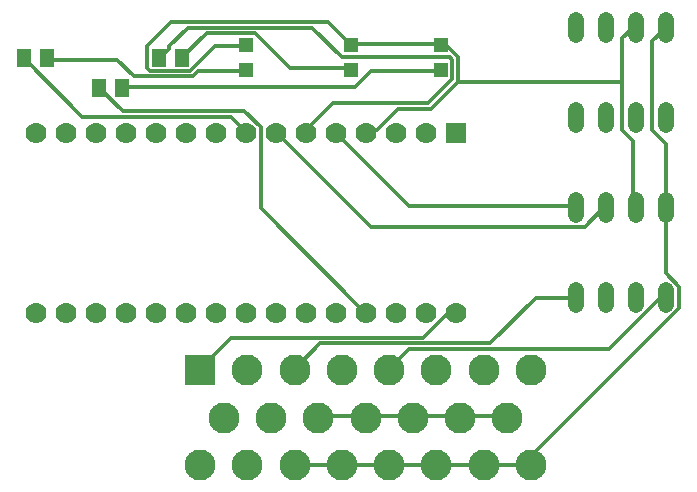
<source format=gbr>
G04 EAGLE Gerber X2 export*
%TF.Part,Single*%
%TF.FileFunction,Copper,L1,Top,Mixed*%
%TF.FilePolarity,Positive*%
%TF.GenerationSoftware,Autodesk,EAGLE,9.1.3*%
%TF.CreationDate,2020-03-18T03:06:25Z*%
G75*
%MOMM*%
%FSLAX34Y34*%
%LPD*%
%AMOC8*
5,1,8,0,0,1.08239X$1,22.5*%
G01*
%ADD10C,1.320800*%
%ADD11R,2.625000X2.625000*%
%ADD12C,2.625000*%
%ADD13R,1.778000X1.778000*%
%ADD14C,1.778000*%
%ADD15R,1.200000X1.200000*%
%ADD16R,1.300000X1.500000*%
%ADD17C,0.304800*%


D10*
X495300Y221996D02*
X495300Y235204D01*
X520700Y235204D02*
X520700Y221996D01*
X571500Y298196D02*
X571500Y311404D01*
X546100Y311404D02*
X546100Y298196D01*
X546100Y235204D02*
X546100Y221996D01*
X571500Y221996D02*
X571500Y235204D01*
X520700Y298196D02*
X520700Y311404D01*
X495300Y311404D02*
X495300Y298196D01*
X495300Y374396D02*
X495300Y387604D01*
X520700Y387604D02*
X520700Y374396D01*
X571500Y450596D02*
X571500Y463804D01*
X546100Y463804D02*
X546100Y450596D01*
X546100Y387604D02*
X546100Y374396D01*
X571500Y374396D02*
X571500Y387604D01*
X520700Y450596D02*
X520700Y463804D01*
X495300Y463804D02*
X495300Y450596D01*
D11*
X177500Y167000D03*
D12*
X217500Y167000D03*
X257500Y167000D03*
X297500Y167000D03*
X337500Y167000D03*
X377500Y167000D03*
X417500Y167000D03*
X457500Y167000D03*
X197500Y127000D03*
X237500Y127000D03*
X277500Y127000D03*
X317500Y127000D03*
X357500Y127000D03*
X397500Y127000D03*
X437500Y127000D03*
X177500Y87000D03*
X217500Y87000D03*
X257500Y87000D03*
X297500Y87000D03*
X337500Y87000D03*
X377500Y87000D03*
X417500Y87000D03*
X457500Y87000D03*
D13*
X393700Y368300D03*
D14*
X368300Y368300D03*
X342900Y368300D03*
X317500Y368300D03*
X292100Y368300D03*
X266700Y368300D03*
X241300Y368300D03*
X215900Y368300D03*
X190500Y368300D03*
X165100Y368300D03*
X139700Y368300D03*
X114300Y368300D03*
X88900Y368300D03*
X63500Y368300D03*
X38100Y368300D03*
X393700Y215900D03*
X368300Y215900D03*
X342900Y215900D03*
X317500Y215900D03*
X292100Y215900D03*
X266700Y215900D03*
X241300Y215900D03*
X215900Y215900D03*
X190500Y215900D03*
X165100Y215900D03*
X139700Y215900D03*
X114300Y215900D03*
X88900Y215900D03*
X63500Y215900D03*
X38100Y215900D03*
D15*
X381000Y442300D03*
X381000Y421300D03*
X304800Y442300D03*
X304800Y421300D03*
X215900Y442300D03*
X215900Y421300D03*
D16*
X142900Y431800D03*
X161900Y431800D03*
X28600Y431800D03*
X47600Y431800D03*
X92100Y406400D03*
X111100Y406400D03*
D17*
X93726Y404622D02*
X112014Y386334D01*
X214884Y386334D01*
X228600Y372618D01*
X228600Y304038D01*
X315468Y217170D01*
X93726Y404622D02*
X92100Y406400D01*
X315468Y217170D02*
X317500Y215900D01*
X297180Y86868D02*
X258318Y86868D01*
X257500Y87000D01*
X297180Y86868D02*
X297500Y87000D01*
X299466Y86868D02*
X336042Y86868D01*
X337500Y87000D01*
X299466Y86868D02*
X297500Y87000D01*
X571500Y304800D02*
X571500Y358902D01*
X560070Y370332D01*
X560070Y445770D01*
X571500Y457200D01*
X416052Y86868D02*
X379476Y86868D01*
X377500Y87000D01*
X416052Y86868D02*
X417500Y87000D01*
X418338Y86868D02*
X457200Y86868D01*
X457500Y87000D01*
X418338Y86868D02*
X417500Y87000D01*
X571500Y249174D02*
X571500Y304800D01*
X571500Y249174D02*
X582930Y237744D01*
X582930Y219456D01*
X459486Y96012D01*
X459486Y89154D01*
X457500Y87000D01*
X377190Y86868D02*
X338328Y86868D01*
X337500Y87000D01*
X377190Y86868D02*
X377500Y87000D01*
X395478Y128016D02*
X358902Y128016D01*
X357500Y127000D01*
X395478Y128016D02*
X397500Y127000D01*
X397764Y128016D02*
X436626Y128016D01*
X437500Y127000D01*
X397764Y128016D02*
X397500Y127000D01*
X315468Y128016D02*
X278892Y128016D01*
X315468Y128016D02*
X317500Y127000D01*
X278892Y128016D02*
X277500Y127000D01*
X317754Y128016D02*
X356616Y128016D01*
X357500Y127000D01*
X317754Y128016D02*
X317500Y127000D01*
X544068Y306324D02*
X544068Y361188D01*
X534924Y370332D01*
X534924Y411480D02*
X534924Y448056D01*
X534924Y411480D02*
X534924Y370332D01*
X534924Y448056D02*
X544068Y457200D01*
X544068Y306324D02*
X546100Y304800D01*
X546100Y457200D02*
X544068Y457200D01*
X214884Y441198D02*
X189738Y441198D01*
X169164Y420624D01*
X134874Y420624D01*
X132588Y422910D01*
X132588Y441198D01*
X153162Y461772D01*
X285750Y461772D01*
X304038Y443484D01*
X215900Y442300D02*
X214884Y441198D01*
X304038Y443484D02*
X304800Y442300D01*
X306324Y443484D02*
X379476Y443484D01*
X381000Y442300D01*
X306324Y443484D02*
X304800Y442300D01*
X317754Y370332D02*
X326898Y370332D01*
X345186Y388620D01*
X372618Y388620D01*
X395478Y411480D01*
X395478Y432054D01*
X386334Y441198D01*
X381762Y441198D01*
X317754Y370332D02*
X317500Y368300D01*
X381762Y441198D02*
X381000Y442300D01*
X395478Y411480D02*
X534924Y411480D01*
X493776Y306324D02*
X354330Y306324D01*
X292608Y368046D01*
X493776Y306324D02*
X495300Y304800D01*
X292608Y368046D02*
X292100Y368300D01*
X502920Y288036D02*
X518922Y304038D01*
X502920Y288036D02*
X322326Y288036D01*
X242316Y368046D01*
X518922Y304038D02*
X520700Y304800D01*
X242316Y368046D02*
X241300Y368300D01*
X461772Y228600D02*
X495300Y228600D01*
X461772Y228600D02*
X422910Y189738D01*
X278892Y189738D01*
X258318Y169164D01*
X257500Y167000D01*
X566928Y228600D02*
X571500Y228600D01*
X566928Y228600D02*
X523494Y185166D01*
X354330Y185166D01*
X338328Y169164D01*
X337500Y167000D01*
X386334Y214884D02*
X393192Y214884D01*
X386334Y214884D02*
X365760Y194310D01*
X203454Y194310D01*
X178308Y169164D01*
X393192Y214884D02*
X393700Y215900D01*
X178308Y169164D02*
X177500Y167000D01*
X144018Y432054D02*
X150876Y438912D01*
X150876Y441198D01*
X166878Y457200D01*
X272034Y457200D01*
X297180Y432054D01*
X388620Y432054D01*
X390906Y429768D01*
X390906Y413766D01*
X370332Y393192D01*
X290322Y393192D01*
X267462Y370332D01*
X144018Y432054D02*
X142900Y431800D01*
X267462Y370332D02*
X266700Y368300D01*
X77724Y381762D02*
X29718Y429768D01*
X77724Y381762D02*
X203454Y381762D01*
X214884Y370332D01*
X29718Y429768D02*
X28600Y431800D01*
X214884Y370332D02*
X215900Y368300D01*
X322326Y420624D02*
X379476Y420624D01*
X322326Y420624D02*
X308610Y406908D01*
X112014Y406908D01*
X379476Y420624D02*
X381000Y421300D01*
X112014Y406908D02*
X111100Y406400D01*
X253746Y422910D02*
X304038Y422910D01*
X253746Y422910D02*
X224028Y452628D01*
X182880Y452628D01*
X162306Y432054D01*
X304038Y422910D02*
X304800Y421300D01*
X162306Y432054D02*
X161900Y431800D01*
X176022Y420624D02*
X214884Y420624D01*
X176022Y420624D02*
X171450Y416052D01*
X121158Y416052D01*
X107442Y429768D01*
X48006Y429768D01*
X214884Y420624D02*
X215900Y421300D01*
X48006Y429768D02*
X47600Y431800D01*
M02*

</source>
